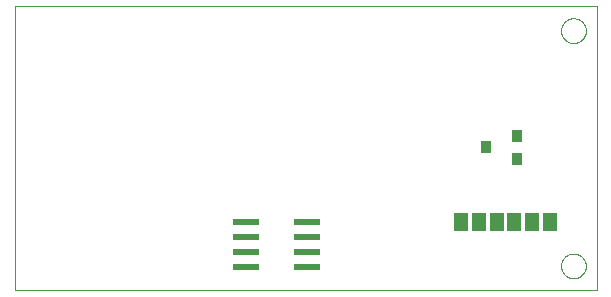
<source format=gtp>
G75*
%MOIN*%
%OFA0B0*%
%FSLAX25Y25*%
%IPPOS*%
%LPD*%
%AMOC8*
5,1,8,0,0,1.08239X$1,22.5*
%
%ADD10C,0.00000*%
%ADD11R,0.08661X0.02362*%
%ADD12R,0.03543X0.03937*%
%ADD13R,0.04600X0.06300*%
D10*
X0013381Y0008000D02*
X0013381Y0102488D01*
X0207431Y0102488D01*
X0207431Y0008000D01*
X0013381Y0008000D01*
X0195547Y0016000D02*
X0195549Y0016128D01*
X0195555Y0016256D01*
X0195565Y0016383D01*
X0195579Y0016511D01*
X0195596Y0016637D01*
X0195618Y0016763D01*
X0195644Y0016889D01*
X0195673Y0017013D01*
X0195706Y0017137D01*
X0195743Y0017259D01*
X0195784Y0017380D01*
X0195829Y0017500D01*
X0195877Y0017619D01*
X0195929Y0017736D01*
X0195985Y0017851D01*
X0196044Y0017965D01*
X0196106Y0018076D01*
X0196172Y0018186D01*
X0196241Y0018293D01*
X0196314Y0018399D01*
X0196390Y0018502D01*
X0196469Y0018602D01*
X0196551Y0018701D01*
X0196636Y0018796D01*
X0196724Y0018889D01*
X0196815Y0018979D01*
X0196908Y0019066D01*
X0197005Y0019151D01*
X0197103Y0019232D01*
X0197205Y0019310D01*
X0197308Y0019385D01*
X0197414Y0019457D01*
X0197522Y0019526D01*
X0197632Y0019591D01*
X0197745Y0019652D01*
X0197859Y0019711D01*
X0197974Y0019765D01*
X0198092Y0019816D01*
X0198210Y0019864D01*
X0198331Y0019907D01*
X0198452Y0019947D01*
X0198575Y0019983D01*
X0198699Y0020016D01*
X0198824Y0020044D01*
X0198949Y0020069D01*
X0199075Y0020089D01*
X0199202Y0020106D01*
X0199330Y0020119D01*
X0199457Y0020128D01*
X0199585Y0020133D01*
X0199713Y0020134D01*
X0199841Y0020131D01*
X0199969Y0020124D01*
X0200096Y0020113D01*
X0200223Y0020098D01*
X0200350Y0020080D01*
X0200476Y0020057D01*
X0200601Y0020030D01*
X0200725Y0020000D01*
X0200848Y0019966D01*
X0200971Y0019928D01*
X0201092Y0019886D01*
X0201211Y0019840D01*
X0201329Y0019791D01*
X0201446Y0019738D01*
X0201561Y0019682D01*
X0201674Y0019622D01*
X0201785Y0019559D01*
X0201894Y0019492D01*
X0202001Y0019422D01*
X0202106Y0019348D01*
X0202208Y0019272D01*
X0202308Y0019192D01*
X0202406Y0019109D01*
X0202501Y0019023D01*
X0202593Y0018934D01*
X0202682Y0018843D01*
X0202769Y0018749D01*
X0202852Y0018652D01*
X0202933Y0018552D01*
X0203010Y0018451D01*
X0203085Y0018346D01*
X0203156Y0018240D01*
X0203223Y0018131D01*
X0203288Y0018021D01*
X0203348Y0017908D01*
X0203406Y0017794D01*
X0203459Y0017678D01*
X0203509Y0017560D01*
X0203556Y0017441D01*
X0203599Y0017320D01*
X0203638Y0017198D01*
X0203673Y0017075D01*
X0203704Y0016951D01*
X0203732Y0016826D01*
X0203755Y0016700D01*
X0203775Y0016574D01*
X0203791Y0016447D01*
X0203803Y0016320D01*
X0203811Y0016192D01*
X0203815Y0016064D01*
X0203815Y0015936D01*
X0203811Y0015808D01*
X0203803Y0015680D01*
X0203791Y0015553D01*
X0203775Y0015426D01*
X0203755Y0015300D01*
X0203732Y0015174D01*
X0203704Y0015049D01*
X0203673Y0014925D01*
X0203638Y0014802D01*
X0203599Y0014680D01*
X0203556Y0014559D01*
X0203509Y0014440D01*
X0203459Y0014322D01*
X0203406Y0014206D01*
X0203348Y0014092D01*
X0203288Y0013979D01*
X0203223Y0013869D01*
X0203156Y0013760D01*
X0203085Y0013654D01*
X0203010Y0013549D01*
X0202933Y0013448D01*
X0202852Y0013348D01*
X0202769Y0013251D01*
X0202682Y0013157D01*
X0202593Y0013066D01*
X0202501Y0012977D01*
X0202406Y0012891D01*
X0202308Y0012808D01*
X0202208Y0012728D01*
X0202106Y0012652D01*
X0202001Y0012578D01*
X0201894Y0012508D01*
X0201785Y0012441D01*
X0201674Y0012378D01*
X0201561Y0012318D01*
X0201446Y0012262D01*
X0201329Y0012209D01*
X0201211Y0012160D01*
X0201092Y0012114D01*
X0200971Y0012072D01*
X0200848Y0012034D01*
X0200725Y0012000D01*
X0200601Y0011970D01*
X0200476Y0011943D01*
X0200350Y0011920D01*
X0200223Y0011902D01*
X0200096Y0011887D01*
X0199969Y0011876D01*
X0199841Y0011869D01*
X0199713Y0011866D01*
X0199585Y0011867D01*
X0199457Y0011872D01*
X0199330Y0011881D01*
X0199202Y0011894D01*
X0199075Y0011911D01*
X0198949Y0011931D01*
X0198824Y0011956D01*
X0198699Y0011984D01*
X0198575Y0012017D01*
X0198452Y0012053D01*
X0198331Y0012093D01*
X0198210Y0012136D01*
X0198092Y0012184D01*
X0197974Y0012235D01*
X0197859Y0012289D01*
X0197745Y0012348D01*
X0197632Y0012409D01*
X0197522Y0012474D01*
X0197414Y0012543D01*
X0197308Y0012615D01*
X0197205Y0012690D01*
X0197103Y0012768D01*
X0197005Y0012849D01*
X0196908Y0012934D01*
X0196815Y0013021D01*
X0196724Y0013111D01*
X0196636Y0013204D01*
X0196551Y0013299D01*
X0196469Y0013398D01*
X0196390Y0013498D01*
X0196314Y0013601D01*
X0196241Y0013707D01*
X0196172Y0013814D01*
X0196106Y0013924D01*
X0196044Y0014035D01*
X0195985Y0014149D01*
X0195929Y0014264D01*
X0195877Y0014381D01*
X0195829Y0014500D01*
X0195784Y0014620D01*
X0195743Y0014741D01*
X0195706Y0014863D01*
X0195673Y0014987D01*
X0195644Y0015111D01*
X0195618Y0015237D01*
X0195596Y0015363D01*
X0195579Y0015489D01*
X0195565Y0015617D01*
X0195555Y0015744D01*
X0195549Y0015872D01*
X0195547Y0016000D01*
X0195547Y0094400D02*
X0195549Y0094528D01*
X0195555Y0094656D01*
X0195565Y0094783D01*
X0195579Y0094911D01*
X0195596Y0095037D01*
X0195618Y0095163D01*
X0195644Y0095289D01*
X0195673Y0095413D01*
X0195706Y0095537D01*
X0195743Y0095659D01*
X0195784Y0095780D01*
X0195829Y0095900D01*
X0195877Y0096019D01*
X0195929Y0096136D01*
X0195985Y0096251D01*
X0196044Y0096365D01*
X0196106Y0096476D01*
X0196172Y0096586D01*
X0196241Y0096693D01*
X0196314Y0096799D01*
X0196390Y0096902D01*
X0196469Y0097002D01*
X0196551Y0097101D01*
X0196636Y0097196D01*
X0196724Y0097289D01*
X0196815Y0097379D01*
X0196908Y0097466D01*
X0197005Y0097551D01*
X0197103Y0097632D01*
X0197205Y0097710D01*
X0197308Y0097785D01*
X0197414Y0097857D01*
X0197522Y0097926D01*
X0197632Y0097991D01*
X0197745Y0098052D01*
X0197859Y0098111D01*
X0197974Y0098165D01*
X0198092Y0098216D01*
X0198210Y0098264D01*
X0198331Y0098307D01*
X0198452Y0098347D01*
X0198575Y0098383D01*
X0198699Y0098416D01*
X0198824Y0098444D01*
X0198949Y0098469D01*
X0199075Y0098489D01*
X0199202Y0098506D01*
X0199330Y0098519D01*
X0199457Y0098528D01*
X0199585Y0098533D01*
X0199713Y0098534D01*
X0199841Y0098531D01*
X0199969Y0098524D01*
X0200096Y0098513D01*
X0200223Y0098498D01*
X0200350Y0098480D01*
X0200476Y0098457D01*
X0200601Y0098430D01*
X0200725Y0098400D01*
X0200848Y0098366D01*
X0200971Y0098328D01*
X0201092Y0098286D01*
X0201211Y0098240D01*
X0201329Y0098191D01*
X0201446Y0098138D01*
X0201561Y0098082D01*
X0201674Y0098022D01*
X0201785Y0097959D01*
X0201894Y0097892D01*
X0202001Y0097822D01*
X0202106Y0097748D01*
X0202208Y0097672D01*
X0202308Y0097592D01*
X0202406Y0097509D01*
X0202501Y0097423D01*
X0202593Y0097334D01*
X0202682Y0097243D01*
X0202769Y0097149D01*
X0202852Y0097052D01*
X0202933Y0096952D01*
X0203010Y0096851D01*
X0203085Y0096746D01*
X0203156Y0096640D01*
X0203223Y0096531D01*
X0203288Y0096421D01*
X0203348Y0096308D01*
X0203406Y0096194D01*
X0203459Y0096078D01*
X0203509Y0095960D01*
X0203556Y0095841D01*
X0203599Y0095720D01*
X0203638Y0095598D01*
X0203673Y0095475D01*
X0203704Y0095351D01*
X0203732Y0095226D01*
X0203755Y0095100D01*
X0203775Y0094974D01*
X0203791Y0094847D01*
X0203803Y0094720D01*
X0203811Y0094592D01*
X0203815Y0094464D01*
X0203815Y0094336D01*
X0203811Y0094208D01*
X0203803Y0094080D01*
X0203791Y0093953D01*
X0203775Y0093826D01*
X0203755Y0093700D01*
X0203732Y0093574D01*
X0203704Y0093449D01*
X0203673Y0093325D01*
X0203638Y0093202D01*
X0203599Y0093080D01*
X0203556Y0092959D01*
X0203509Y0092840D01*
X0203459Y0092722D01*
X0203406Y0092606D01*
X0203348Y0092492D01*
X0203288Y0092379D01*
X0203223Y0092269D01*
X0203156Y0092160D01*
X0203085Y0092054D01*
X0203010Y0091949D01*
X0202933Y0091848D01*
X0202852Y0091748D01*
X0202769Y0091651D01*
X0202682Y0091557D01*
X0202593Y0091466D01*
X0202501Y0091377D01*
X0202406Y0091291D01*
X0202308Y0091208D01*
X0202208Y0091128D01*
X0202106Y0091052D01*
X0202001Y0090978D01*
X0201894Y0090908D01*
X0201785Y0090841D01*
X0201674Y0090778D01*
X0201561Y0090718D01*
X0201446Y0090662D01*
X0201329Y0090609D01*
X0201211Y0090560D01*
X0201092Y0090514D01*
X0200971Y0090472D01*
X0200848Y0090434D01*
X0200725Y0090400D01*
X0200601Y0090370D01*
X0200476Y0090343D01*
X0200350Y0090320D01*
X0200223Y0090302D01*
X0200096Y0090287D01*
X0199969Y0090276D01*
X0199841Y0090269D01*
X0199713Y0090266D01*
X0199585Y0090267D01*
X0199457Y0090272D01*
X0199330Y0090281D01*
X0199202Y0090294D01*
X0199075Y0090311D01*
X0198949Y0090331D01*
X0198824Y0090356D01*
X0198699Y0090384D01*
X0198575Y0090417D01*
X0198452Y0090453D01*
X0198331Y0090493D01*
X0198210Y0090536D01*
X0198092Y0090584D01*
X0197974Y0090635D01*
X0197859Y0090689D01*
X0197745Y0090748D01*
X0197632Y0090809D01*
X0197522Y0090874D01*
X0197414Y0090943D01*
X0197308Y0091015D01*
X0197205Y0091090D01*
X0197103Y0091168D01*
X0197005Y0091249D01*
X0196908Y0091334D01*
X0196815Y0091421D01*
X0196724Y0091511D01*
X0196636Y0091604D01*
X0196551Y0091699D01*
X0196469Y0091798D01*
X0196390Y0091898D01*
X0196314Y0092001D01*
X0196241Y0092107D01*
X0196172Y0092214D01*
X0196106Y0092324D01*
X0196044Y0092435D01*
X0195985Y0092549D01*
X0195929Y0092664D01*
X0195877Y0092781D01*
X0195829Y0092900D01*
X0195784Y0093020D01*
X0195743Y0093141D01*
X0195706Y0093263D01*
X0195673Y0093387D01*
X0195644Y0093511D01*
X0195618Y0093637D01*
X0195596Y0093763D01*
X0195579Y0093889D01*
X0195565Y0094017D01*
X0195555Y0094144D01*
X0195549Y0094272D01*
X0195547Y0094400D01*
D11*
X0111017Y0030500D03*
X0111017Y0025500D03*
X0111017Y0020500D03*
X0111017Y0015500D03*
X0090544Y0015500D03*
X0090544Y0020500D03*
X0090544Y0025500D03*
X0090544Y0030500D03*
D12*
X0170663Y0055500D03*
X0180899Y0051563D03*
X0180899Y0059437D03*
D13*
X0179781Y0030500D03*
X0174281Y0030500D03*
X0168281Y0030500D03*
X0162281Y0030500D03*
X0185781Y0030500D03*
X0191781Y0030500D03*
M02*

</source>
